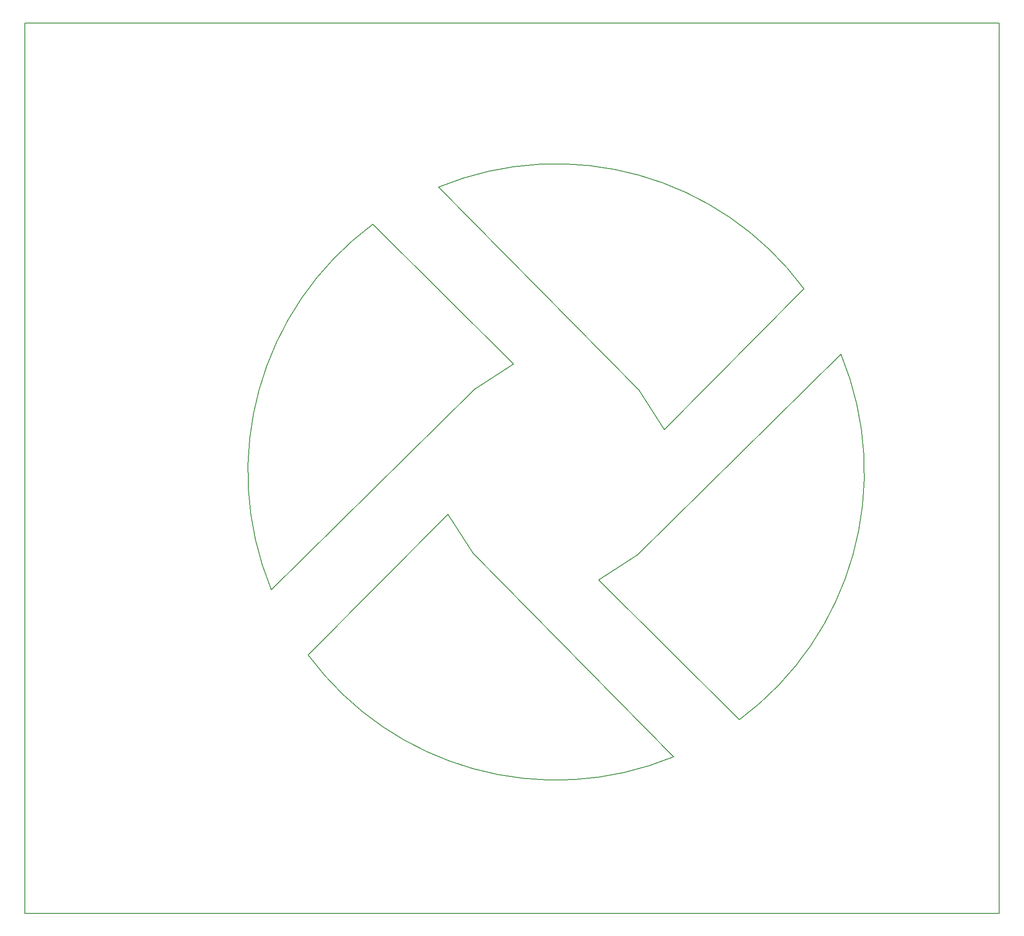
<source format=gbr>
G04 #@! TF.GenerationSoftware,KiCad,Pcbnew,(5.1.2)-2*
G04 #@! TF.CreationDate,2019-09-05T23:13:48+02:00*
G04 #@! TF.ProjectId,LED_Driver_ISSI_ALU,4c45445f-4472-4697-9665-725f49535349,rev?*
G04 #@! TF.SameCoordinates,Original*
G04 #@! TF.FileFunction,Profile,NP*
%FSLAX46Y46*%
G04 Gerber Fmt 4.6, Leading zero omitted, Abs format (unit mm)*
G04 Created by KiCad (PCBNEW (5.1.2)-2) date 2019-09-05 23:13:48*
%MOMM*%
%LPD*%
G04 APERTURE LIST*
%ADD10C,0.200000*%
G04 APERTURE END LIST*
D10*
X144076520Y-121000928D02*
X170936433Y-147668143D01*
X190343969Y-77888233D02*
G75*
G02X170936433Y-147668143I-54382119J-22463789D01*
G01*
X120163700Y-115929045D02*
X115312945Y-108466692D01*
X158425640Y-154734140D02*
G75*
G02X88645730Y-135326605I-22463790J54382118D01*
G01*
X190343969Y-77888233D02*
X151538873Y-116150172D01*
X113497858Y-45969926D02*
X151760000Y-84775000D01*
X158425640Y-154734141D02*
X120163700Y-115929045D01*
X115312945Y-108466692D02*
X88645730Y-135326605D01*
X81579732Y-122815812D02*
G75*
G02X100987267Y-53035902I54382118J22463790D01*
G01*
X127847180Y-79703117D02*
X100987267Y-53035902D01*
X151760000Y-84775000D02*
X156610756Y-92237353D01*
X34547079Y-14609661D02*
X220547079Y-14609661D01*
X220547079Y-14609661D02*
X220547079Y-184609661D01*
X81579731Y-122815812D02*
X120384828Y-84553873D01*
X120384828Y-84553873D02*
X127847180Y-79703117D01*
X113497858Y-45969927D02*
G75*
G02X183277768Y-65377462I22463790J-54382118D01*
G01*
X151538873Y-116150172D02*
X144076520Y-121000928D01*
X156610756Y-92237353D02*
X183277768Y-65377462D01*
X34547079Y-184609661D02*
X34547079Y-14609661D01*
X220547079Y-184609661D02*
X34547079Y-184609661D01*
M02*

</source>
